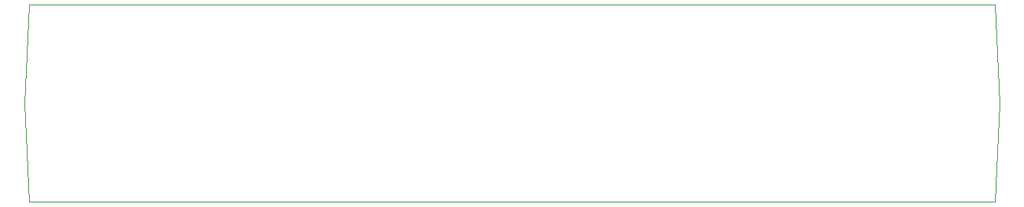
<source format=gbr>
%TF.GenerationSoftware,KiCad,Pcbnew,(5.1.8-0-10_14)*%
%TF.CreationDate,2020-12-08T20:03:48+01:00*%
%TF.ProjectId,Blende,426c656e-6465-42e6-9b69-6361645f7063,rev?*%
%TF.SameCoordinates,Original*%
%TF.FileFunction,Profile,NP*%
%FSLAX46Y46*%
G04 Gerber Fmt 4.6, Leading zero omitted, Abs format (unit mm)*
G04 Created by KiCad (PCBNEW (5.1.8-0-10_14)) date 2020-12-08 20:03:48*
%MOMM*%
%LPD*%
G01*
G04 APERTURE LIST*
%TA.AperFunction,Profile*%
%ADD10C,0.050000*%
%TD*%
G04 APERTURE END LIST*
D10*
X59690000Y-50546000D02*
X59182000Y-61468000D01*
X59182000Y-61468000D02*
X59690000Y-72390000D01*
X167132000Y-61468000D02*
X166624000Y-72390000D01*
X166624000Y-50546000D02*
X167132000Y-61468000D01*
X166624000Y-72390000D02*
X59690000Y-72390000D01*
X59690000Y-50546000D02*
X166624000Y-50546000D01*
M02*

</source>
